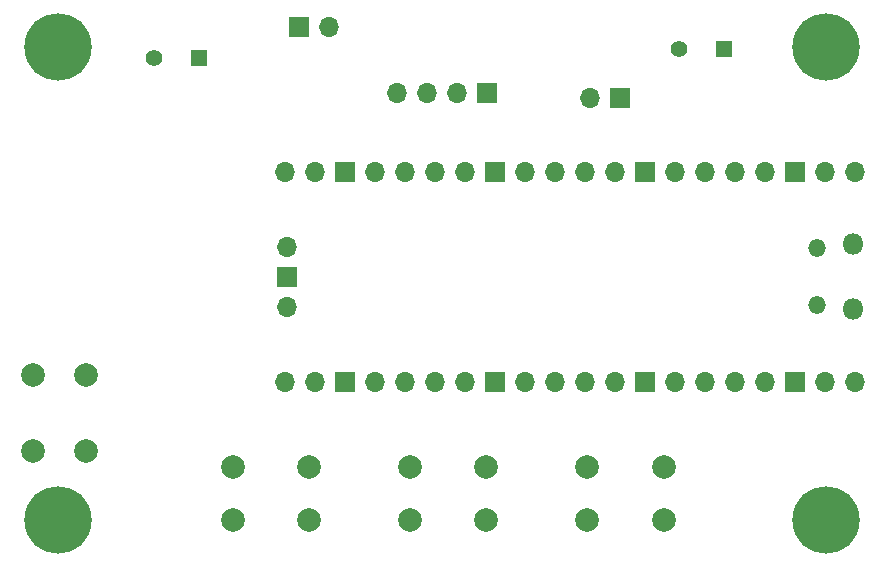
<source format=gbr>
%TF.GenerationSoftware,KiCad,Pcbnew,(6.0.5)*%
%TF.CreationDate,2022-09-22T22:10:40-04:00*%
%TF.ProjectId,HotplateController,486f7470-6c61-4746-9543-6f6e74726f6c,rev?*%
%TF.SameCoordinates,Original*%
%TF.FileFunction,Soldermask,Top*%
%TF.FilePolarity,Negative*%
%FSLAX46Y46*%
G04 Gerber Fmt 4.6, Leading zero omitted, Abs format (unit mm)*
G04 Created by KiCad (PCBNEW (6.0.5)) date 2022-09-22 22:10:40*
%MOMM*%
%LPD*%
G01*
G04 APERTURE LIST*
%ADD10C,5.700000*%
%ADD11C,2.000000*%
%ADD12R,1.400000X1.400000*%
%ADD13C,1.400000*%
%ADD14O,1.500000X1.500000*%
%ADD15O,1.800000X1.800000*%
%ADD16O,1.700000X1.700000*%
%ADD17R,1.700000X1.700000*%
G04 APERTURE END LIST*
D10*
%TO.C,H2*%
X55800000Y-121200000D03*
%TD*%
%TO.C,H3*%
X120800000Y-81200000D03*
%TD*%
%TO.C,H1*%
X55800000Y-81200000D03*
%TD*%
D11*
%TO.C,SW1*%
X100550000Y-121200000D03*
X107050000Y-121200000D03*
X107050000Y-116700000D03*
X100550000Y-116700000D03*
%TD*%
D10*
%TO.C,H4*%
X120800000Y-121200000D03*
%TD*%
D11*
%TO.C,SW2*%
X85550000Y-121200000D03*
X92050000Y-121200000D03*
X92050000Y-116700000D03*
X85550000Y-116700000D03*
%TD*%
%TO.C,SW3*%
X70550000Y-121200000D03*
X77050000Y-121200000D03*
X70550000Y-116700000D03*
X77050000Y-116700000D03*
%TD*%
D12*
%TO.C,J5*%
X112141000Y-81325000D03*
D13*
X108331000Y-81325000D03*
%TD*%
D14*
%TO.C,U2*%
X120070000Y-103025000D03*
X120070000Y-98175000D03*
D15*
X123100000Y-103325000D03*
X123100000Y-97875000D03*
D16*
X123230000Y-109490000D03*
X120690000Y-109490000D03*
D17*
X118150000Y-109490000D03*
D16*
X115610000Y-109490000D03*
X113070000Y-109490000D03*
X110530000Y-109490000D03*
X107990000Y-109490000D03*
D17*
X105450000Y-109490000D03*
D16*
X102910000Y-109490000D03*
X100370000Y-109490000D03*
X97830000Y-109490000D03*
X95290000Y-109490000D03*
D17*
X92750000Y-109490000D03*
D16*
X90210000Y-109490000D03*
X87670000Y-109490000D03*
X85130000Y-109490000D03*
X82590000Y-109490000D03*
D17*
X80050000Y-109490000D03*
D16*
X77510000Y-109490000D03*
X74970000Y-109490000D03*
X74970000Y-91710000D03*
X77510000Y-91710000D03*
D17*
X80050000Y-91710000D03*
D16*
X82590000Y-91710000D03*
X85130000Y-91710000D03*
X87670000Y-91710000D03*
X90210000Y-91710000D03*
D17*
X92750000Y-91710000D03*
D16*
X95290000Y-91710000D03*
X97830000Y-91710000D03*
X100370000Y-91710000D03*
X102910000Y-91710000D03*
D17*
X105450000Y-91710000D03*
D16*
X107990000Y-91710000D03*
X110530000Y-91710000D03*
X113070000Y-91710000D03*
X115610000Y-91710000D03*
D17*
X118150000Y-91710000D03*
D16*
X120690000Y-91710000D03*
X123230000Y-91710000D03*
X75200000Y-103140000D03*
D17*
X75200000Y-100600000D03*
D16*
X75200000Y-98060000D03*
%TD*%
D17*
%TO.C,J3*%
X103375000Y-85500000D03*
D16*
X100835000Y-85500000D03*
%TD*%
D17*
%TO.C,J4*%
X76195000Y-79502000D03*
D16*
X78735000Y-79502000D03*
%TD*%
D17*
%TO.C,J2*%
X92100000Y-85100000D03*
D16*
X89560000Y-85100000D03*
X87020000Y-85100000D03*
X84480000Y-85100000D03*
%TD*%
D12*
%TO.C,J1*%
X67705000Y-82087000D03*
D13*
X63895000Y-82087000D03*
%TD*%
D11*
%TO.C,SW4*%
X53650000Y-108900000D03*
X53650000Y-115400000D03*
X58150000Y-115400000D03*
X58150000Y-108900000D03*
%TD*%
M02*

</source>
